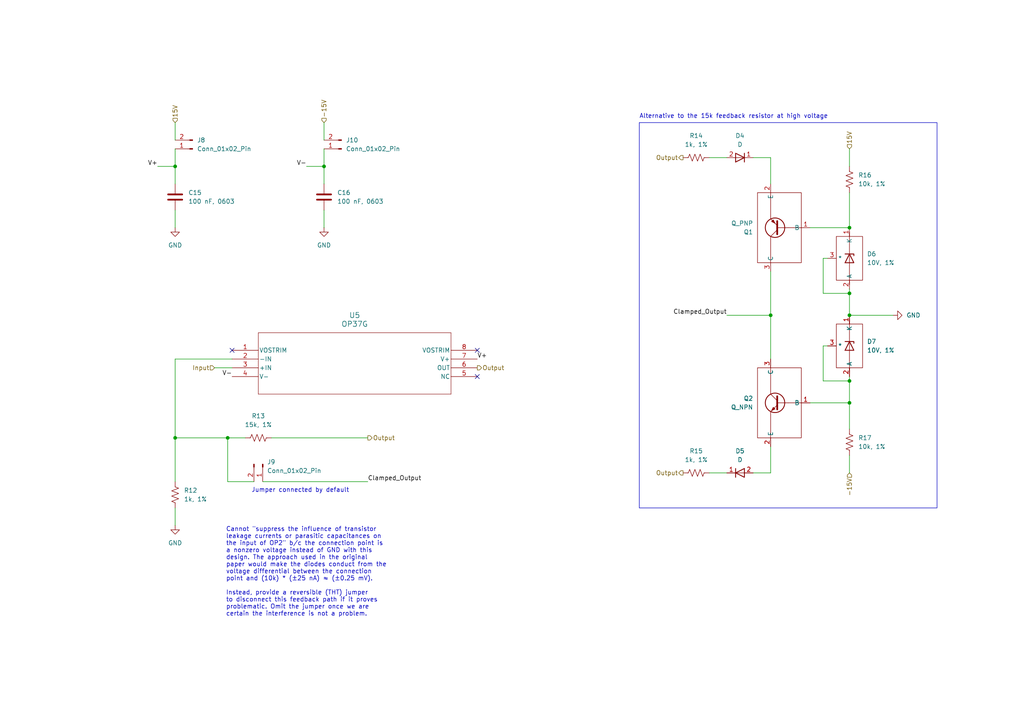
<source format=kicad_sch>
(kicad_sch (version 20250114) (generator "eeschema") (generator_version "9.0")
  (paper "A4")
  (lib_symbols
    (symbol "Connector:Conn_01x02_Pin" (pin_names (offset 1.016) (hide yes))
      (property "Reference" "J" (at 0 2.54 0))
      (property "Value" "Conn_01x02_Pin" (at 0 -5.08 0))
      (symbol "Conn_01x02_Pin_1_1"
        (rectangle (start 0.8636 0.127) (end 0 -0.127) (stroke (width 0.1524)) (fill (type outline)))
        (rectangle (start 0.8636 -2.413) (end 0 -2.667) (stroke (width 0.1524)) (fill (type outline)))
        (polyline (pts (xy 1.27 0) (xy 0.8636 0)) (stroke (width 0.1524)))
        (polyline (pts (xy 1.27 -2.54) (xy 0.8636 -2.54)) (stroke (width 0.1524)))
        (pin passive line (at 5.08 0 180) (length 3.81) (name "Pin_1") (number "1"))
        (pin passive line (at 5.08 -2.54 180) (length 3.81) (name "Pin_2") (number "2"))
      )
    )
    (symbol "Custom:D_Zener"
      (property "Reference" "D" (at 5.08 1.27 0))
      (property "Value" "D_Zener" (at 5.08 -1.27 0))
      (symbol "D_Zener_0_1"
        (rectangle (start -3.81 6.35) (end 3.81 -6.35))
        (polyline (pts (xy -1.27 1.27) (xy 1.27 1.27) (xy 1.27 0.762)) (stroke (width 0.254)))
        (polyline (pts (xy -1.27 -1.27) (xy 1.27 -1.27) (xy 0 1.27) (xy -1.27 -1.27)) (stroke (width 0.254)))
        (polyline (pts (xy 0 1.27) (xy 0 7.62)))
        (polyline (pts (xy 0 -1.27) (xy 0 1.27)))
        (polyline (pts (xy 0 -1.27) (xy 0 -7.62)))
      )
      (symbol "D_Zener_1_1"
        (pin passive line (at -6.35 0 0) (length 2.54) (name "*") (number "3"))
        (pin passive line (at 0 8.89 270) (length 2.54) (name "K") (number "1"))
        (pin passive line (at 0 -8.89 90) (length 2.54) (name "A") (number "2"))
      )
    )
    (symbol "Custom:Q_NPN"
      (property "Reference" "Q" (at 7.62 1.27 0))
      (property "Value" "Q_NPN" (at 7.62 -1.27 0))
      (symbol "Q_NPN_0_1"
        (polyline (pts (xy -2.54 0) (xy -6.35 0)))
        (polyline (pts (xy -2.54 0) (xy 0.635 0)))
        (polyline (pts (xy 0.635 1.905) (xy 0.635 -1.905)) (stroke (width 0.508)))
        (polyline (pts (xy 0.635 0.635) (xy 2.54 2.54)))
        (polyline (pts (xy 0.635 -0.635) (xy 2.54 -2.54)))
        (circle (center 1.27 0) (radius 2.8194) (stroke (width 0.254)))
        (polyline (pts (xy 1.27 -1.778) (xy 1.778 -1.27) (xy 2.286 -2.286) (xy 1.27 -1.778)) (fill (type outline)))
        (polyline (pts (xy 2.54 2.54) (xy 2.54 10.16)))
        (polyline (pts (xy 2.54 -2.54) (xy 2.54 -10.16)))
        (rectangle (start 6.35 10.16) (end -6.35 -10.16))
      )
      (symbol "Q_NPN_1_1"
        (pin input line (at -8.89 0 0) (length 2.54) (name "B") (number "1"))
        (pin passive line (at 2.54 12.7 270) (length 2.54) (name "C") (number "3"))
        (pin passive line (at 2.54 -12.7 90) (length 2.54) (name "E") (number "2"))
      )
    )
    (symbol "Custom:Q_PNP"
      (property "Reference" "Q" (at 7.62 1.27 0))
      (property "Value" "Q_PNP" (at 7.62 -1.27 0))
      (symbol "Q_PNP_0_1"
        (polyline (pts (xy -2.54 0) (xy -6.35 0)))
        (polyline (pts (xy -2.54 0) (xy 0.635 0)))
        (polyline (pts (xy 0.635 1.905) (xy 0.635 -1.905)) (stroke (width 0.508)))
        (polyline (pts (xy 0.635 0.635) (xy 2.54 2.54)))
        (polyline (pts (xy 0.635 -0.635) (xy 2.54 -2.54)))
        (circle (center 1.27 0) (radius 2.8194) (stroke (width 0.254)))
        (polyline (pts (xy 2.286 -1.778) (xy 1.778 -2.286) (xy 1.27 -1.27) (xy 2.286 -1.778)) (fill (type outline)))
        (polyline (pts (xy 2.54 2.54) (xy 2.54 10.16)))
        (polyline (pts (xy 2.54 -2.54) (xy 2.54 -10.16)))
        (rectangle (start 6.35 10.16) (end -6.35 -10.16))
      )
      (symbol "Q_PNP_1_1"
        (pin input line (at -8.89 0 0) (length 2.54) (name "B") (number "1"))
        (pin passive line (at 2.54 12.7 270) (length 2.54) (name "C") (number "3"))
        (pin passive line (at 2.54 -12.7 90) (length 2.54) (name "E") (number "2"))
      )
    )
    (symbol "D_1" (pin_names (offset 1.016) (hide yes))
      (property "Reference" "D" (at 0 2.54 0))
      (property "Value" "D" (at 0 -2.54 0))
      (symbol "D_1_0_1"
        (polyline (pts (xy -1.27 1.27) (xy -1.27 -1.27)) (stroke (width 0.254)))
        (polyline (pts (xy 1.27 1.27) (xy 1.27 -1.27) (xy -1.27 0) (xy 1.27 1.27)) (stroke (width 0.254)))
        (polyline (pts (xy 1.27 0) (xy -1.27 0)))
      )
      (symbol "D_1_1_1"
        (pin passive line (at -3.81 0 0) (length 2.54) (name "K") (number "1"))
        (pin passive line (at 3.81 0 180) (length 2.54) (name "A") (number "2"))
      )
    )
    (symbol "Device:C" (pin_numbers (hide yes)) (pin_names (offset 0.254))
      (property "Reference" "C" (at 0.635 2.54 0))
      (property "Value" "C" (at 0.635 -2.54 0))
      (symbol "C_0_1"
        (polyline (pts (xy -2.032 0.762) (xy 2.032 0.762)) (stroke (width 0.508)))
        (polyline (pts (xy -2.032 -0.762) (xy 2.032 -0.762)) (stroke (width 0.508)))
      )
      (symbol "C_1_1"
        (pin passive line (at 0 3.81 270) (length 2.794) (name "~") (number "1"))
        (pin passive line (at 0 -3.81 90) (length 2.794) (name "~") (number "2"))
      )
    )
    (symbol "Device:D" (pin_names (offset 1.016) (hide yes))
      (property "Reference" "D" (at 0 2.54 0))
      (property "Value" "D" (at 0 -2.54 0))
      (symbol "D_0_1"
        (polyline (pts (xy -1.27 1.27) (xy -1.27 -1.27)) (stroke (width 0.254)))
        (polyline (pts (xy 1.27 1.27) (xy 1.27 -1.27) (xy -1.27 0) (xy 1.27 1.27)) (stroke (width 0.254)))
        (polyline (pts (xy 1.27 0) (xy -1.27 0)))
      )
      (symbol "D_1_1"
        (pin passive line (at -3.81 0 0) (length 2.54) (name "K") (number "1"))
        (pin passive line (at 3.81 0 180) (length 2.54) (name "A") (number "2"))
      )
    )
    (symbol "Device:R_US" (pin_numbers (hide yes)) (pin_names (offset 0))
      (property "Reference" "R" (at 2.54 0 90))
      (property "Value" "R_US" (at -2.54 0 90))
      (symbol "R_US_0_1"
        (polyline (pts (xy 0 2.286) (xy 0 2.54)))
        (polyline (pts (xy 0 2.286) (xy 1.016 1.905) (xy 0 1.524) (xy -1.016 1.143) (xy 0 0.762)))
        (polyline (pts (xy 0 0.762) (xy 1.016 0.381) (xy 0 0) (xy -1.016 -0.381) (xy 0 -0.762)))
        (polyline (pts (xy 0 -0.762) (xy 1.016 -1.143) (xy 0 -1.524) (xy -1.016 -1.905) (xy 0 -2.286)))
        (polyline (pts (xy 0 -2.286) (xy 0 -2.54)))
      )
      (symbol "R_US_1_1"
        (pin passive line (at 0 3.81 270) (length 1.27) (name "~") (number "1"))
        (pin passive line (at 0 -3.81 90) (length 1.27) (name "~") (number "2"))
      )
    )
    (symbol "OP37G:OP37GSZ" (pin_names (offset 0.254))
      (property "Reference" "U" (at 35.56 10.16 0))
      (property "Value" "OP37GSZ" (at 35.56 7.62 0))
      (symbol "OP37GSZ_0_1"
        (polyline (pts (xy 7.62 5.08) (xy 7.62 -12.7)) (stroke (width 0.127)))
        (polyline (pts (xy 7.62 -12.7) (xy 63.5 -12.7)) (stroke (width 0.127)))
        (polyline (pts (xy 63.5 5.08) (xy 7.62 5.08)) (stroke (width 0.127)))
        (polyline (pts (xy 63.5 -12.7) (xy 63.5 5.08)) (stroke (width 0.127)))
        (pin unspecified line (at 0 0 0) (length 7.62) (name "VOSTRIM") (number "1"))
        (pin unspecified line (at 0 -2.54 0) (length 7.62) (name "-IN") (number "2"))
        (pin unspecified line (at 0 -5.08 0) (length 7.62) (name "+IN") (number "3"))
        (pin power_in line (at 0 -7.62 0) (length 7.62) (name "V-") (number "4"))
        (pin unspecified line (at 71.12 0 180) (length 7.62) (name "VOSTRIM") (number "8"))
        (pin power_in line (at 71.12 -2.54 180) (length 7.62) (name "V+") (number "7"))
        (pin unspecified line (at 71.12 -5.08 180) (length 7.62) (name "OUT") (number "6"))
        (pin unspecified line (at 71.12 -7.62 180) (length 7.62) (name "NC") (number "5"))
      )
    )
    (symbol "power:GND" (power) (pin_numbers (hide yes)) (pin_names (offset 0) (hide yes))
      (property "Value" "GND" (at 0 -3.81 0))
      (symbol "GND_0_1"
        (polyline (pts (xy 0 0) (xy 0 -1.27) (xy 1.27 -1.27) (xy 0 -2.54) (xy -1.27 -1.27) (xy 0 -1.27)))
      )
      (symbol "GND_1_1"
        (pin power_in line (at 0 0 270) (length 0) (name "~") (number "1"))
      )
    )
  )
  (rectangle (start 185.42 35.56) (end 271.78 147.32))
  (text "Cannot \"suppress the influence of transistor\nleakage currents or parasitic capacitances on\nthe input of OP2\" b/c the connection point is\na nonzero voltage instead of GND with this\ndesign. The approach used in the original\npaper would make the diodes conduct from the\nvoltage differential between the connection\npoint and (10k) * (±25 nA) ≈ (±0.25 mV).\n\nInstead, provide a reversible (THT) jumper\nto disconnect this feedback path if it proves\nproblematic. Omit the jumper once we are\ncertain the interference is not a problem." (at 65.532 165.862 0) (effects (font (size 1.27 1.27)) (justify left)))
  (text "Jumper connected by default" (at 87.122 142.24 0) (effects (font (size 1.27 1.27))))
  (text "Alternative to the 15k feedback resistor at high voltage" (at 185.42 33.782 0) (effects (font (size 1.27 1.27)) (justify left)))
  (junction (at 246.38 66.04))
  (junction (at 50.8 48.26))
  (junction (at 93.98 48.26))
  (junction (at 246.38 91.44))
  (junction (at 223.52 91.44))
  (junction (at 50.8 127))
  (junction (at 246.38 110.49))
  (junction (at 246.38 85.09))
  (junction (at 66.04 127))
  (junction (at 246.38 116.84))
  (no_connect (at 138.43 101.6))
  (no_connect (at 138.43 109.22))
  (no_connect (at 67.31 101.6))
  (wire (pts (xy 78.74 127) (xy 106.68 127)))
  (wire (pts (xy 67.31 104.14) (xy 50.8 104.14)))
  (wire (pts (xy 50.8 147.32) (xy 50.8 152.4)))
  (wire (pts (xy 223.52 91.44) (xy 223.52 104.14)))
  (wire (pts (xy 50.8 127) (xy 66.04 127)))
  (wire (pts (xy 93.98 35.56) (xy 93.98 40.64)))
  (wire (pts (xy 246.38 83.82) (xy 246.38 85.09)))
  (wire (pts (xy 218.44 137.16) (xy 223.52 137.16)))
  (wire (pts (xy 50.8 60.96) (xy 50.8 66.04)))
  (wire (pts (xy 246.38 55.88) (xy 246.38 66.04)))
  (wire (pts (xy 73.66 139.7) (xy 66.04 139.7)))
  (wire (pts (xy 62.23 106.68) (xy 67.31 106.68)))
  (wire (pts (xy 246.38 109.22) (xy 246.38 110.49)))
  (wire (pts (xy 238.76 100.33) (xy 238.76 110.49)))
  (wire (pts (xy 223.52 78.74) (xy 223.52 91.44)))
  (wire (pts (xy 205.74 137.16) (xy 210.82 137.16)))
  (wire (pts (xy 50.8 48.26) (xy 50.8 53.34)))
  (wire (pts (xy 50.8 35.56) (xy 50.8 40.64)))
  (wire (pts (xy 246.38 132.08) (xy 246.38 137.16)))
  (wire (pts (xy 238.76 74.93) (xy 238.76 85.09)))
  (wire (pts (xy 234.95 66.04) (xy 246.38 66.04)))
  (wire (pts (xy 223.52 129.54) (xy 223.52 137.16)))
  (wire (pts (xy 238.76 85.09) (xy 246.38 85.09)))
  (wire (pts (xy 205.74 45.72) (xy 210.82 45.72)))
  (wire (pts (xy 93.98 60.96) (xy 93.98 66.04)))
  (wire (pts (xy 45.72 48.26) (xy 50.8 48.26)))
  (wire (pts (xy 210.82 91.44) (xy 223.52 91.44)))
  (wire (pts (xy 234.95 116.84) (xy 246.38 116.84)))
  (wire (pts (xy 246.38 116.84) (xy 246.38 124.46)))
  (wire (pts (xy 88.9 48.26) (xy 93.98 48.26)))
  (wire (pts (xy 240.03 100.33) (xy 238.76 100.33)))
  (wire (pts (xy 50.8 43.18) (xy 50.8 48.26)))
  (wire (pts (xy 66.04 127) (xy 71.12 127)))
  (wire (pts (xy 246.38 110.49) (xy 246.38 116.84)))
  (wire (pts (xy 66.04 127) (xy 66.04 139.7)))
  (wire (pts (xy 50.8 139.7) (xy 50.8 127)))
  (wire (pts (xy 238.76 110.49) (xy 246.38 110.49)))
  (wire (pts (xy 240.03 74.93) (xy 238.76 74.93)))
  (wire (pts (xy 76.2 139.7) (xy 106.68 139.7)))
  (wire (pts (xy 246.38 43.18) (xy 246.38 48.26)))
  (wire (pts (xy 223.52 45.72) (xy 223.52 53.34)))
  (wire (pts (xy 93.98 48.26) (xy 93.98 53.34)))
  (wire (pts (xy 218.44 45.72) (xy 223.52 45.72)))
  (wire (pts (xy 93.98 43.18) (xy 93.98 48.26)))
  (wire (pts (xy 246.38 85.09) (xy 246.38 91.44)))
  (wire (pts (xy 246.38 91.44) (xy 259.08 91.44)))
  (wire (pts (xy 50.8 104.14) (xy 50.8 127)))
  (label "V-" (at 67.31 109.22 180))
  (label "V+" (at 45.72 48.26 180))
  (label "V-" (at 88.9 48.26 180))
  (label "Clamped_Output" (at 106.68 139.7 0))
  (label "V+" (at 138.43 104.14 0))
  (label "Clamped_Output" (at 210.82 91.44 180))
  (hierarchical_label "Output" (shape output) (at 138.43 106.68 0))
  (hierarchical_label "Input" (shape input) (at 62.23 106.68 180))
  (hierarchical_label "-15V" (shape input) (at 93.98 35.56 90))
  (hierarchical_label "15V" (shape input) (at 50.8 35.56 90))
  (hierarchical_label "Output" (shape output) (at 198.12 137.16 180))
  (hierarchical_label "-15V" (shape input) (at 246.38 137.16 270))
  (hierarchical_label "Output" (shape output) (at 106.68 127 0))
  (hierarchical_label "15V" (shape input) (at 246.38 43.18 90))
  (hierarchical_label "Output" (shape output) (at 198.12 45.72 180))
  (symbol (lib_id "Custom:D_Zener") (at 246.38 74.93 0) (unit 1)
    (property "Reference" "D6" (at 251.46 73.6599 0) (effects (justify left)))
    (property "Value" "10V, 1%" (at 251.46 76.1999 0) (effects (justify left)))
    (property "Purchase Link" "https://www.digikey.com/en/products/detail/texas-instruments/LM4040D10IDBZR/1216503" (effects (hide yes)))
  )
  (symbol (lib_id "power:GND") (at 50.8 66.04 0) (unit 1)
    (property "Reference" "#PWR018" (effects (hide yes)))
    (property "Value" "GND" (at 50.8 71.12 0))
    (property "Description" "Power symbol creates a global label with name \"GND\" , ground" (effects (hide yes)))
  )
  (symbol (lib_id "Device:R_US") (at 50.8 143.51 180) (unit 1)
    (property "Reference" "R12" (at 53.34 142.2399 0) (effects (justify right)))
    (property "Value" "1k, 1%" (at 53.34 144.7799 0) (effects (justify right)))
    (property "Description" "Resistor, US symbol" (effects (hide yes)))
    (property "Purchase Link" "https://www.digikey.com/en/products/detail/vishay-dale/CRCW06031K00FKEA/1174668" (effects (hide yes)))
  )
  (symbol (lib_id "Device:R_US") (at 246.38 52.07 0) (unit 1)
    (property "Reference" "R16" (at 248.92 50.7999 0) (effects (justify left)))
    (property "Value" "10k, 1%" (at 248.92 53.3399 0) (effects (justify left)))
    (property "Description" "Resistor, US symbol" (effects (hide yes)))
    (property "Purchase Link" "https://www.digikey.com/en/products/detail/vishay-dale/CRCW060310K0FKEA/1174782" (effects (hide yes)))
  )
  (symbol (lib_id "Connector:Conn_01x02_Pin") (at 55.88 43.18 180) (unit 1)
    (property "Reference" "J8" (at 57.15 40.6399 0) (effects (justify right)))
    (property "Value" "Conn_01x02_Pin" (at 57.15 43.1799 0) (effects (justify right)))
    (property "Description" "Generic connector, single row, 01x02, script generated" (effects (hide yes)))
    (property "Purchase Link" "https://www.digikey.com/en/products/detail/sullins-connector-solutions/QPC02SXGN-RC/2618262" (effects (hide yes)))
  )
  (symbol (lib_id "Device:C") (at 50.8 57.15 0) (unit 1)
    (property "Reference" "C15" (at 54.61 55.8799 0) (effects (justify left)))
    (property "Value" "100 nF, 0603" (at 54.61 58.4199 0) (effects (justify left)))
    (property "Description" "Unpolarized capacitor" (effects (hide yes)))
    (property "Purchase Link" "https://www.digikey.com/en/products/detail/murata-electronics/GRM188R72A104KA35D/702549" (effects (hide yes)))
  )
  (symbol (lib_id "power:GND") (at 259.08 91.44 90) (unit 1)
    (property "Reference" "#PWR021" (effects (hide yes)))
    (property "Value" "GND" (at 262.89 91.4399 90) (effects (justify right)))
    (property "Description" "Power symbol creates a global label with name \"GND\" , ground" (effects (hide yes)))
  )
  (symbol (lib_id "Device:R_US") (at 246.38 128.27 0) (unit 1)
    (property "Reference" "R17" (at 248.92 126.9999 0) (effects (justify left)))
    (property "Value" "10k, 1%" (at 248.92 129.5399 0) (effects (justify left)))
    (property "Description" "Resistor, US symbol" (effects (hide yes)))
    (property "Purchase Link" "https://www.digikey.com/en/products/detail/vishay-dale/CRCW060310K0FKEA/1174782" (effects (hide yes)))
  )
  (symbol (lib_name "D_1") (lib_id "Device:D") (at 214.63 45.72 180) (unit 1)
    (property "Reference" "D4" (at 214.63 39.37 0))
    (property "Value" "D" (at 214.63 41.91 0))
    (property "Description" "Diode" (effects (hide yes)))
    (property "Sim.Device" "D" (effects (hide yes)))
    (property "Sim.Pins" "1=K 2=A" (effects (hide yes)))
    (property "Purchase Link" "https://www.digikey.com/en/products/detail/vishay-general-semiconductor-diodes-division/1N4448W-E3-08/4829905" (effects (hide yes)))
  )
  (symbol (lib_id "power:GND") (at 93.98 66.04 0) (unit 1)
    (property "Reference" "#PWR020" (effects (hide yes)))
    (property "Value" "GND" (at 93.98 71.12 0))
    (property "Description" "Power symbol creates a global label with name \"GND\" , ground" (effects (hide yes)))
  )
  (symbol (lib_id "Device:R_US") (at 201.93 137.16 90) (unit 1)
    (property "Reference" "R15" (at 201.93 130.81 90))
    (property "Value" "1k, 1%" (at 201.93 133.35 90))
    (property "Description" "Resistor, US symbol" (effects (hide yes)))
    (property "Purchase Link" "https://www.digikey.com/en/products/detail/vishay-dale/CRCW06031K00FKEA/1174668" (effects (hide yes)))
  )
  (symbol (lib_id "OP37G:OP37GSZ") (at 67.31 101.6 0) (unit 1)
    (property "Reference" "U5" (at 102.87 91.44 0) (effects (font (size 1.524 1.524))))
    (property "Value" "OP37G" (at 102.87 93.98 0) (effects (font (size 1.524 1.524))))
    (property "Datasheet" "https://www.analog.com/media/en/technical-documentation/data-sheets/OP37.pdf" (effects (hide yes)))
    (property "Purchase Link" "https://www.mouser.com/ProductDetail/Analog-Devices/OP37GSZ?qs=WIvQP4zGangnlHcCmYh5ww%3D%3D" (effects (hide yes)))
  )
  (symbol (lib_id "Connector:Conn_01x02_Pin") (at 76.2 134.62 270) (unit 1)
    (property "Reference" "J9" (at 77.47 133.9849 90) (effects (justify left)))
    (property "Value" "Conn_01x02_Pin" (at 77.47 136.5249 90) (effects (justify left)))
    (property "Description" "Generic connector, single row, 01x02, script generated" (effects (hide yes)))
    (property "Purchase Link" "https://www.digikey.com/en/products/detail/sullins-connector-solutions/QPC02SXGN-RC/2618262" (effects (hide yes)))
  )
  (symbol (lib_id "Custom:Q_PNP") (at 226.06 66.04 180) (unit 1)
    (property "Reference" "Q1" (at 218.44 67.3101 0) (effects (justify left)))
    (property "Value" "Q_PNP" (at 218.44 64.7701 0) (effects (justify left)))
    (property "Purchase Link" "https://www.digikey.com/en/products/detail/onsemi/MMBT2907ALT1G/919599" (effects (hide yes)))
  )
  (symbol (lib_id "Custom:Q_NPN") (at 226.06 116.84 0) (mirror y) (unit 1)
    (property "Reference" "Q2" (at 218.44 115.5699 0) (effects (justify left)))
    (property "Value" "Q_NPN" (at 218.44 118.1099 0) (effects (justify left)))
    (property "Purchase Link" "https://www.digikey.com/en/products/detail/onsemi/MMBT2222ALT1G/919593" (effects (hide yes)))
  )
  (symbol (lib_id "Connector:Conn_01x02_Pin") (at 99.06 43.18 180) (unit 1)
    (property "Reference" "J10" (at 100.33 40.6399 0) (effects (justify right)))
    (property "Value" "Conn_01x02_Pin" (at 100.33 43.1799 0) (effects (justify right)))
    (property "Description" "Generic connector, single row, 01x02, script generated" (effects (hide yes)))
    (property "Purchase Link" "https://www.digikey.com/en/products/detail/sullins-connector-solutions/QPC02SXGN-RC/2618262" (effects (hide yes)))
  )
  (symbol (lib_id "Device:D") (at 214.63 137.16 0) (unit 1)
    (property "Reference" "D5" (at 214.63 130.81 0))
    (property "Value" "D" (at 214.63 133.35 0))
    (property "Description" "Diode" (effects (hide yes)))
    (property "Sim.Device" "D" (effects (hide yes)))
    (property "Sim.Pins" "1=K 2=A" (effects (hide yes)))
    (property "Purchase Link" "https://www.digikey.com/en/products/detail/vishay-general-semiconductor-diodes-division/1N4448W-E3-08/4829905" (effects (hide yes)))
  )
  (symbol (lib_id "Device:C") (at 93.98 57.15 0) (unit 1)
    (property "Reference" "C16" (at 97.79 55.8799 0) (effects (justify left)))
    (property "Value" "100 nF, 0603" (at 97.79 58.4199 0) (effects (justify left)))
    (property "Description" "Unpolarized capacitor" (effects (hide yes)))
    (property "Purchase Link" "https://www.digikey.com/en/products/detail/murata-electronics/GRM188R72A104KA35D/702549" (effects (hide yes)))
  )
  (symbol (lib_id "Device:R_US") (at 201.93 45.72 90) (unit 1)
    (property "Reference" "R14" (at 201.93 39.37 90))
    (property "Value" "1k, 1%" (at 201.93 41.91 90))
    (property "Description" "Resistor, US symbol" (effects (hide yes)))
    (property "Purchase Link" "https://www.digikey.com/en/products/detail/vishay-dale/CRCW06031K00FKEA/1174668" (effects (hide yes)))
  )
  (symbol (lib_id "power:GND") (at 50.8 152.4 0) (unit 1)
    (property "Reference" "#PWR019" (effects (hide yes)))
    (property "Value" "GND" (at 50.8 157.48 0))
    (property "Description" "Power symbol creates a global label with name \"GND\" , ground" (effects (hide yes)))
  )
  (symbol (lib_id "Device:R_US") (at 74.93 127 90) (unit 1)
    (property "Reference" "R13" (at 74.93 120.65 90))
    (property "Value" "15k, 1%" (at 74.93 123.19 90))
    (property "Description" "Resistor, US symbol" (effects (hide yes)))
    (property "Purchase Link" "https://www.digikey.com/en/products/detail/vishay-dale/CRCW060315K0FKEA/1174800" (effects (hide yes)))
  )
  (symbol (lib_id "Custom:D_Zener") (at 246.38 100.33 0) (unit 1)
    (property "Reference" "D7" (at 251.46 99.0599 0) (effects (justify left)))
    (property "Value" "10V, 1%" (at 251.46 101.5999 0) (effects (justify left)))
    (property "Purchase Link" "https://www.digikey.com/en/products/detail/texas-instruments/LM4040D10IDBZR/1216503" (effects (hide yes)))
  )
)
</source>
